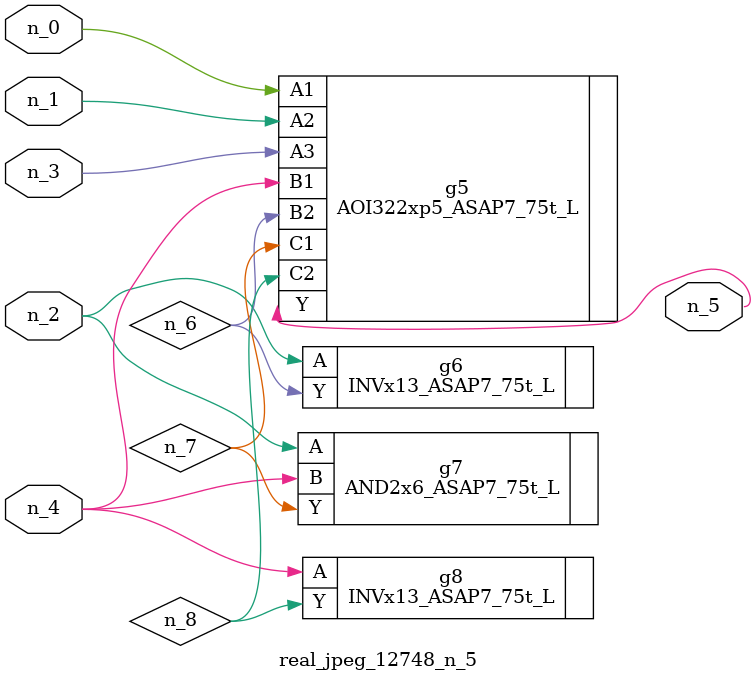
<source format=v>
module real_jpeg_12748_n_5 (n_4, n_0, n_1, n_2, n_3, n_5);

input n_4;
input n_0;
input n_1;
input n_2;
input n_3;

output n_5;

wire n_8;
wire n_6;
wire n_7;

AOI322xp5_ASAP7_75t_L g5 ( 
.A1(n_0),
.A2(n_1),
.A3(n_3),
.B1(n_4),
.B2(n_6),
.C1(n_7),
.C2(n_8),
.Y(n_5)
);

INVx13_ASAP7_75t_L g6 ( 
.A(n_2),
.Y(n_6)
);

AND2x6_ASAP7_75t_L g7 ( 
.A(n_2),
.B(n_4),
.Y(n_7)
);

INVx13_ASAP7_75t_L g8 ( 
.A(n_4),
.Y(n_8)
);


endmodule
</source>
